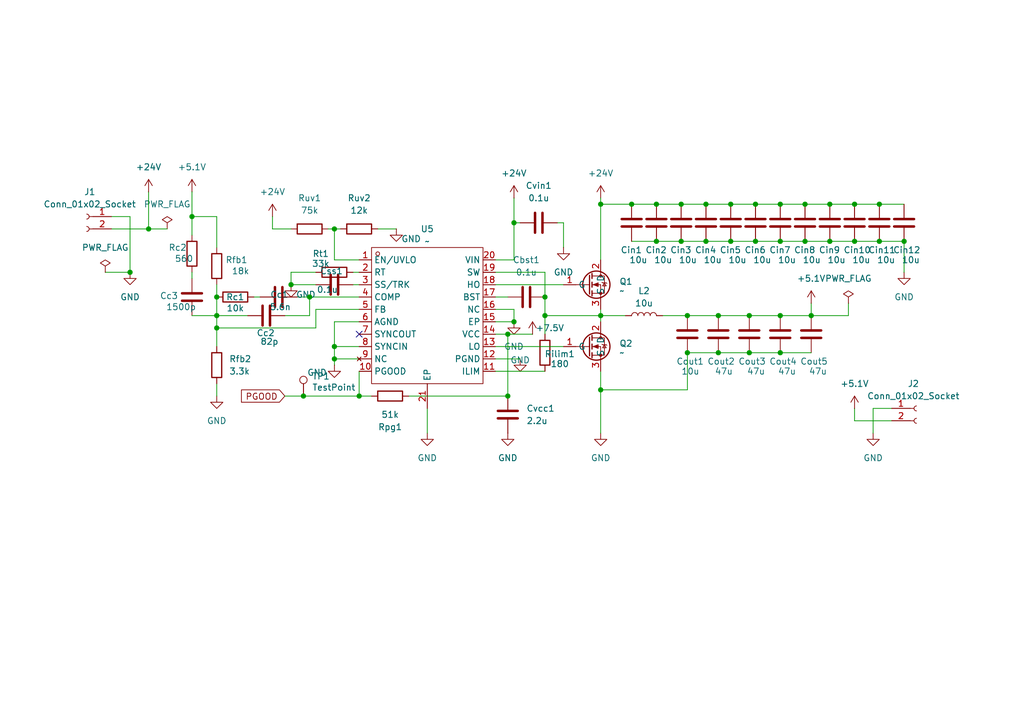
<source format=kicad_sch>
(kicad_sch (version 20250114) (generator "eeschema") (generator_version "9.0")
  (paper "A5")
  (lib_symbols
    (symbol "Connector:Conn_01x02_Socket" (pin_names (offset 1.016) (hide yes))
      (property "Reference" "J" (at 0 2.54 0))
      (property "Value" "Conn_01x02_Socket" (at 0 -5.08 0))
      (symbol "Conn_01x02_Socket_1_1"
        (polyline (pts (xy -1.27 0) (xy -0.508 0)) (stroke (width 0.1524)))
        (polyline (pts (xy -1.27 -2.54) (xy -0.508 -2.54)) (stroke (width 0.1524)))
        (arc (start 0 -0.508) (mid -0.5058 0) (end 0 0.508) (stroke (width 0.1524)))
        (arc (start 0 -3.048) (mid -0.5058 -2.54) (end 0 -2.032) (stroke (width 0.1524)))
        (pin passive line (at -5.08 0 0) (length 3.81) (name "Pin_1") (number "1"))
        (pin passive line (at -5.08 -2.54 0) (length 3.81) (name "Pin_2") (number "2"))
      )
    )
    (symbol "Connector:TestPoint" (pin_numbers (hide yes)) (pin_names (offset 0.762) (hide yes))
      (property "Reference" "TP" (at 0 6.858 0))
      (property "Value" "TestPoint" (at 0 5.08 0))
      (symbol "TestPoint_0_1"
        (circle (center 0 3.302) (radius 0.762))
      )
      (symbol "TestPoint_1_1"
        (pin passive line (at 0 0 90) (length 2.54) (name "1") (number "1"))
      )
    )
    (symbol "Device:C" (pin_numbers (hide yes)) (pin_names (offset 0.254))
      (property "Reference" "C" (at 0.635 2.54 0))
      (property "Value" "C" (at 0.635 -2.54 0))
      (symbol "C_0_1"
        (polyline (pts (xy -2.032 0.762) (xy 2.032 0.762)) (stroke (width 0.508)))
        (polyline (pts (xy -2.032 -0.762) (xy 2.032 -0.762)) (stroke (width 0.508)))
      )
      (symbol "C_1_1"
        (pin passive line (at 0 3.81 270) (length 2.794) (name "~") (number "1"))
        (pin passive line (at 0 -3.81 90) (length 2.794) (name "~") (number "2"))
      )
    )
    (symbol "Device:L" (pin_numbers (hide yes)) (pin_names (offset 1.016) (hide yes))
      (property "Reference" "L" (at -1.27 0 90))
      (property "Value" "L" (at 1.905 0 90))
      (symbol "L_0_1"
        (arc (start 0 2.54) (mid 0.6323 1.905) (end 0 1.27))
        (arc (start 0 1.27) (mid 0.6323 0.635) (end 0 0))
        (arc (start 0 0) (mid 0.6323 -0.635) (end 0 -1.27))
        (arc (start 0 -1.27) (mid 0.6323 -1.905) (end 0 -2.54))
      )
      (symbol "L_1_1"
        (pin passive line (at 0 3.81 270) (length 1.27) (name "1") (number "1"))
        (pin passive line (at 0 -3.81 90) (length 1.27) (name "2") (number "2"))
      )
    )
    (symbol "Device:R" (pin_numbers (hide yes)) (pin_names (offset 0))
      (property "Reference" "R" (at 2.032 0 90))
      (property "Value" "R" (at 0 0 90))
      (symbol "R_0_1"
        (rectangle (start -1.016 -2.54) (end 1.016 2.54) (stroke (width 0.254)))
      )
      (symbol "R_1_1"
        (pin passive line (at 0 3.81 270) (length 1.27) (name "~") (number "1"))
        (pin passive line (at 0 -3.81 90) (length 1.27) (name "~") (number "2"))
      )
    )
    (symbol "basic_parts:LM25145RGYR"
      (property "Reference" "U" (at 0 0 0))
      (symbol "LM25145RGYR_1_0"
        (rectangle (start -11.43 -13.97) (end 11.43 13.97))
        (circle (center -10.16 12.7) (radius 0.381))
        (pin input line (at -13.97 11.43 0) (length 2.54) (name "EN/UVLO") (number "1"))
        (pin input line (at -13.97 8.89 0) (length 2.54) (name "RT") (number "2"))
        (pin input line (at -13.97 6.35 0) (length 2.54) (name "SS/TRK") (number "3"))
        (pin output line (at -13.97 3.81 0) (length 2.54) (name "COMP") (number "4"))
        (pin input line (at -13.97 1.27 0) (length 2.54) (name "FB") (number "5"))
        (pin power_in line (at -13.97 -1.27 0) (length 2.54) (name "AGND") (number "6"))
        (pin output line (at -13.97 -3.81 0) (length 2.54) (name "SYNCOUT") (number "7"))
        (pin input line (at -13.97 -6.35 0) (length 2.54) (name "SYNCIN") (number "8"))
        (pin no_connect line (at -13.97 -8.89 0) (length 2.54) (name "NC") (number "9"))
        (pin output line (at -13.97 -11.43 0) (length 2.54) (name "PGOOD") (number "10"))
        (pin free line (at 0 -19.05 90) (length 5.08) (name "EP") (number "21"))
        (pin power_in line (at 13.97 11.43 180) (length 2.54) (name "VIN") (number "20"))
        (pin power_out line (at 13.97 8.89 180) (length 2.54) (name "SW") (number "19"))
        (pin output line (at 13.97 6.35 180) (length 2.54) (name "HO") (number "18"))
        (pin output line (at 13.97 3.81 180) (length 2.54) (name "BST") (number "17"))
        (pin free line (at 13.97 1.27 180) (length 2.54) (name "NC") (number "16"))
        (pin free line (at 13.97 -1.27 180) (length 2.54) (name "EP") (number "15"))
        (pin power_out line (at 13.97 -3.81 180) (length 2.54) (name "VCC") (number "14"))
        (pin output line (at 13.97 -6.35 180) (length 2.54) (name "LO") (number "13"))
        (pin power_in line (at 13.97 -8.89 180) (length 2.54) (name "PGND") (number "12"))
        (pin input line (at 13.97 -11.43 180) (length 2.54) (name "ILIM") (number "11"))
      )
    )
    (symbol "basic_parts:MTP7D0N6RJ3"
      (property "Reference" "Q" (at 0 0 0))
      (symbol "MTP7D0N6RJ3_0_1"
        (polyline (pts (xy -2.286 -5.715) (xy -2.286 -9.525)) (stroke (width 0.254)))
        (polyline (pts (xy -2.286 -7.62) (xy -5.08 -7.62)))
        (polyline (pts (xy -1.778 -5.334) (xy -1.778 -6.35)) (stroke (width 0.254)))
        (polyline (pts (xy -1.778 -7.112) (xy -1.778 -8.128)) (stroke (width 0.254)))
        (polyline (pts (xy -1.778 -8.89) (xy -1.778 -9.906)) (stroke (width 0.254)))
        (polyline (pts (xy -1.778 -9.398) (xy 0.762 -9.398) (xy 0.762 -5.842) (xy -1.778 -5.842)))
        (polyline (pts (xy -1.524 -7.62) (xy -0.508 -7.239) (xy -0.508 -8.001) (xy -1.524 -7.62)) (fill (type outline)))
        (circle (center -0.889 -7.62) (radius 2.794) (stroke (width 0.254)))
        (polyline (pts (xy 0 -5.08) (xy 0 -5.842)))
        (circle (center 0 -5.842) (radius 0.254) (fill (type outline)))
        (circle (center 0 -9.398) (radius 0.254) (fill (type outline)))
        (polyline (pts (xy 0 -10.16) (xy 0 -7.62) (xy -1.778 -7.62)))
        (polyline (pts (xy 0.254 -7.112) (xy 0.381 -7.239) (xy 1.143 -7.239) (xy 1.27 -7.366)))
        (polyline (pts (xy 0.762 -7.239) (xy 0.381 -7.874) (xy 1.143 -7.874) (xy 0.762 -7.239)))
      )
      (symbol "MTP7D0N6RJ3_1_1"
        (pin input line (at -7.62 -7.62 0) (length 2.54) (name "G") (number "1"))
        (pin passive line (at 0 -2.54 270) (length 2.54) (name "D") (number "2"))
        (pin passive line (at 0 -12.7 90) (length 2.54) (name "S") (number "3"))
      )
    )
    (symbol "power:+24V" (power) (pin_numbers (hide yes)) (pin_names (offset 0) (hide yes))
      (property "Value" "+24V" (at 0 3.556 0))
      (symbol "+24V_0_1"
        (polyline (pts (xy -0.762 1.27) (xy 0 2.54)))
        (polyline (pts (xy 0 2.54) (xy 0.762 1.27)))
        (polyline (pts (xy 0 0) (xy 0 2.54)))
      )
      (symbol "+24V_1_1"
        (pin power_in line (at 0 0 90) (length 0) (name "~") (number "1"))
      )
    )
    (symbol "power:+5V" (power) (pin_numbers (hide yes)) (pin_names (offset 0) (hide yes))
      (property "Value" "+5V" (at 0 3.556 0))
      (symbol "+5V_0_1"
        (polyline (pts (xy -0.762 1.27) (xy 0 2.54)))
        (polyline (pts (xy 0 2.54) (xy 0.762 1.27)))
        (polyline (pts (xy 0 0) (xy 0 2.54)))
      )
      (symbol "+5V_1_1"
        (pin power_in line (at 0 0 90) (length 0) (name "~") (number "1"))
      )
    )
    (symbol "power:+7.5V" (power) (pin_numbers (hide yes)) (pin_names (offset 0) (hide yes))
      (property "Value" "+7.5V" (at 0 3.556 0))
      (symbol "+7.5V_0_1"
        (polyline (pts (xy -0.762 1.27) (xy 0 2.54)))
        (polyline (pts (xy 0 2.54) (xy 0.762 1.27)))
        (polyline (pts (xy 0 0) (xy 0 2.54)))
      )
      (symbol "+7.5V_1_1"
        (pin power_in line (at 0 0 90) (length 0) (name "~") (number "1"))
      )
    )
    (symbol "power:GND" (power) (pin_numbers (hide yes)) (pin_names (offset 0) (hide yes))
      (property "Value" "GND" (at 0 -3.81 0))
      (symbol "GND_0_1"
        (polyline (pts (xy 0 0) (xy 0 -1.27) (xy 1.27 -1.27) (xy 0 -2.54) (xy -1.27 -1.27) (xy 0 -1.27)))
      )
      (symbol "GND_1_1"
        (pin power_in line (at 0 0 270) (length 0) (name "~") (number "1"))
      )
    )
    (symbol "power:PWR_FLAG" (power) (pin_numbers (hide yes)) (pin_names (offset 0) (hide yes))
      (property "Value" "PWR_FLAG" (at 0 3.81 0))
      (symbol "PWR_FLAG_0_0"
        (pin power_out line (at 0 0 90) (length 0) (name "~") (number "1"))
      )
      (symbol "PWR_FLAG_0_1"
        (polyline (pts (xy 0 0) (xy 0 1.27) (xy -1.016 1.905) (xy 0 2.54) (xy 1.016 1.905) (xy 0 1.27)))
      )
    )
  )
  (junction (at 73.66 81.28))
  (junction (at 39.37 44.45))
  (junction (at 175.26 41.91))
  (junction (at 180.34 49.53))
  (junction (at 153.67 72.39))
  (junction (at 154.94 49.53))
  (junction (at 123.19 80.01))
  (junction (at 160.02 49.53))
  (junction (at 111.76 60.96))
  (junction (at 180.34 41.91))
  (junction (at 149.86 49.53))
  (junction (at 139.7 41.91))
  (junction (at 147.32 72.39))
  (junction (at 153.67 64.77))
  (junction (at 68.58 73.66))
  (junction (at 165.1 49.53))
  (junction (at 62.23 81.28))
  (junction (at 160.02 72.39))
  (junction (at 134.62 49.53))
  (junction (at 185.42 49.53))
  (junction (at 68.58 71.12))
  (junction (at 147.32 64.77))
  (junction (at 160.02 64.77))
  (junction (at 123.19 64.77))
  (junction (at 63.5 60.96))
  (junction (at 30.48 46.99))
  (junction (at 170.18 41.91))
  (junction (at 59.69 58.42))
  (junction (at 166.37 64.77))
  (junction (at 44.45 60.96))
  (junction (at 105.41 45.72))
  (junction (at 175.26 49.53))
  (junction (at 134.62 41.91))
  (junction (at 140.97 72.39))
  (junction (at 26.67 55.88))
  (junction (at 44.45 64.77))
  (junction (at 68.58 46.99))
  (junction (at 154.94 41.91))
  (junction (at 140.97 64.77))
  (junction (at 149.86 41.91))
  (junction (at 105.41 66.04))
  (junction (at 170.18 49.53))
  (junction (at 104.14 81.28))
  (junction (at 111.76 64.77))
  (junction (at 44.45 67.31))
  (junction (at 123.19 41.91))
  (junction (at 160.02 41.91))
  (junction (at 104.14 68.58))
  (junction (at 139.7 49.53))
  (junction (at 144.78 41.91))
  (junction (at 144.78 49.53))
  (junction (at 129.54 41.91))
  (junction (at 165.1 41.91))
  (no_connect (at 73.66 68.58))
  (wire (pts (xy 101.6 68.58) (xy 104.14 68.58)))
  (wire (pts (xy 52.07 60.96) (xy 53.34 60.96)))
  (wire (pts (xy 165.1 41.91) (xy 170.18 41.91)))
  (wire (pts (xy 105.41 45.72) (xy 105.41 53.34)))
  (wire (pts (xy 105.41 45.72) (xy 106.68 45.72)))
  (wire (pts (xy 147.32 72.39) (xy 153.67 72.39)))
  (wire (pts (xy 77.47 46.99) (xy 81.28 46.99)))
  (wire (pts (xy 68.58 66.04) (xy 68.58 71.12)))
  (wire (pts (xy 140.97 64.77) (xy 147.32 64.77)))
  (wire (pts (xy 139.7 49.53) (xy 144.78 49.53)))
  (wire (pts (xy 39.37 44.45) (xy 39.37 48.26)))
  (wire (pts (xy 175.26 41.91) (xy 180.34 41.91)))
  (wire (pts (xy 149.86 41.91) (xy 154.94 41.91)))
  (wire (pts (xy 73.66 81.28) (xy 76.2 81.28)))
  (wire (pts (xy 123.19 80.01) (xy 123.19 88.9)))
  (wire (pts (xy 72.39 55.88) (xy 73.66 55.88)))
  (wire (pts (xy 44.45 78.74) (xy 44.45 81.28)))
  (wire (pts (xy 64.77 63.5) (xy 64.77 67.31)))
  (wire (pts (xy 173.99 62.23) (xy 173.99 64.77)))
  (wire (pts (xy 111.76 64.77) (xy 123.19 64.77)))
  (wire (pts (xy 160.02 64.77) (xy 166.37 64.77)))
  (wire (pts (xy 30.48 46.99) (xy 34.29 46.99)))
  (wire (pts (xy 140.97 80.01) (xy 123.19 80.01)))
  (wire (pts (xy 144.78 41.91) (xy 149.86 41.91)))
  (wire (pts (xy 104.14 68.58) (xy 109.22 68.58)))
  (wire (pts (xy 64.77 55.88) (xy 59.69 55.88)))
  (wire (pts (xy 58.42 81.28) (xy 62.23 81.28)))
  (wire (pts (xy 105.41 53.34) (xy 101.6 53.34)))
  (wire (pts (xy 101.6 71.12) (xy 115.57 71.12)))
  (wire (pts (xy 134.62 41.91) (xy 139.7 41.91)))
  (wire (pts (xy 44.45 67.31) (xy 64.77 67.31)))
  (wire (pts (xy 44.45 71.12) (xy 44.45 67.31)))
  (wire (pts (xy 58.42 64.77) (xy 63.5 64.77)))
  (wire (pts (xy 101.6 63.5) (xy 105.41 63.5)))
  (wire (pts (xy 179.07 83.82) (xy 182.88 83.82)))
  (wire (pts (xy 179.07 88.9) (xy 179.07 83.82)))
  (wire (pts (xy 149.86 49.53) (xy 154.94 49.53)))
  (wire (pts (xy 123.19 41.91) (xy 123.19 53.34)))
  (wire (pts (xy 44.45 44.45) (xy 39.37 44.45)))
  (wire (pts (xy 39.37 55.88) (xy 39.37 57.15)))
  (wire (pts (xy 180.34 49.53) (xy 185.42 49.53)))
  (wire (pts (xy 44.45 64.77) (xy 50.8 64.77)))
  (wire (pts (xy 111.76 55.88) (xy 111.76 60.96)))
  (wire (pts (xy 139.7 41.91) (xy 144.78 41.91)))
  (wire (pts (xy 59.69 55.88) (xy 59.69 58.42)))
  (wire (pts (xy 26.67 55.88) (xy 26.67 44.45)))
  (wire (pts (xy 173.99 64.77) (xy 166.37 64.77)))
  (wire (pts (xy 39.37 39.37) (xy 39.37 44.45)))
  (wire (pts (xy 101.6 66.04) (xy 105.41 66.04)))
  (wire (pts (xy 111.76 68.58) (xy 111.76 64.77)))
  (wire (pts (xy 153.67 64.77) (xy 160.02 64.77)))
  (wire (pts (xy 44.45 67.31) (xy 44.45 64.77)))
  (wire (pts (xy 123.19 64.77) (xy 128.27 64.77)))
  (wire (pts (xy 111.76 64.77) (xy 111.76 60.96)))
  (wire (pts (xy 68.58 73.66) (xy 73.66 73.66)))
  (wire (pts (xy 175.26 86.36) (xy 182.88 86.36)))
  (wire (pts (xy 30.48 39.37) (xy 30.48 46.99)))
  (wire (pts (xy 68.58 73.66) (xy 68.58 74.93)))
  (wire (pts (xy 135.89 64.77) (xy 140.97 64.77)))
  (wire (pts (xy 68.58 71.12) (xy 73.66 71.12)))
  (wire (pts (xy 44.45 60.96) (xy 44.45 64.77)))
  (wire (pts (xy 55.88 44.45) (xy 55.88 46.99)))
  (wire (pts (xy 101.6 58.42) (xy 115.57 58.42)))
  (wire (pts (xy 160.02 41.91) (xy 165.1 41.91)))
  (wire (pts (xy 67.31 46.99) (xy 68.58 46.99)))
  (wire (pts (xy 104.14 68.58) (xy 104.14 81.28)))
  (wire (pts (xy 123.19 64.77) (xy 123.19 63.5)))
  (wire (pts (xy 87.63 88.9) (xy 87.63 83.82)))
  (wire (pts (xy 105.41 40.64) (xy 105.41 45.72)))
  (wire (pts (xy 144.78 49.53) (xy 149.86 49.53)))
  (wire (pts (xy 63.5 60.96) (xy 73.66 60.96)))
  (wire (pts (xy 115.57 45.72) (xy 114.3 45.72)))
  (wire (pts (xy 83.82 81.28) (xy 104.14 81.28)))
  (wire (pts (xy 73.66 81.28) (xy 73.66 76.2)))
  (wire (pts (xy 63.5 64.77) (xy 63.5 60.96)))
  (wire (pts (xy 101.6 60.96) (xy 104.14 60.96)))
  (wire (pts (xy 129.54 41.91) (xy 134.62 41.91)))
  (wire (pts (xy 160.02 49.53) (xy 165.1 49.53)))
  (wire (pts (xy 59.69 58.42) (xy 64.77 58.42)))
  (wire (pts (xy 185.42 49.53) (xy 185.42 55.88)))
  (wire (pts (xy 68.58 71.12) (xy 68.58 73.66)))
  (wire (pts (xy 123.19 40.64) (xy 123.19 41.91)))
  (wire (pts (xy 123.19 41.91) (xy 129.54 41.91)))
  (wire (pts (xy 68.58 53.34) (xy 73.66 53.34)))
  (wire (pts (xy 101.6 73.66) (xy 106.68 73.66)))
  (wire (pts (xy 30.48 46.99) (xy 22.86 46.99)))
  (wire (pts (xy 175.26 83.82) (xy 175.26 86.36)))
  (wire (pts (xy 73.66 63.5) (xy 64.77 63.5)))
  (wire (pts (xy 160.02 72.39) (xy 166.37 72.39)))
  (wire (pts (xy 44.45 50.8) (xy 44.45 44.45)))
  (wire (pts (xy 140.97 72.39) (xy 147.32 72.39)))
  (wire (pts (xy 60.96 60.96) (xy 63.5 60.96)))
  (wire (pts (xy 62.23 81.28) (xy 73.66 81.28)))
  (wire (pts (xy 72.39 58.42) (xy 73.66 58.42)))
  (wire (pts (xy 105.41 63.5) (xy 105.41 66.04)))
  (wire (pts (xy 44.45 58.42) (xy 44.45 60.96)))
  (wire (pts (xy 101.6 76.2) (xy 111.76 76.2)))
  (wire (pts (xy 21.59 55.88) (xy 26.67 55.88)))
  (wire (pts (xy 68.58 46.99) (xy 68.58 53.34)))
  (wire (pts (xy 101.6 55.88) (xy 111.76 55.88)))
  (wire (pts (xy 55.88 46.99) (xy 59.69 46.99)))
  (wire (pts (xy 26.67 44.45) (xy 22.86 44.45)))
  (wire (pts (xy 165.1 49.53) (xy 170.18 49.53)))
  (wire (pts (xy 166.37 62.23) (xy 166.37 64.77)))
  (wire (pts (xy 170.18 41.91) (xy 175.26 41.91)))
  (wire (pts (xy 175.26 49.53) (xy 180.34 49.53)))
  (wire (pts (xy 123.19 66.04) (xy 123.19 64.77)))
  (wire (pts (xy 129.54 49.53) (xy 134.62 49.53)))
  (wire (pts (xy 68.58 46.99) (xy 69.85 46.99)))
  (wire (pts (xy 170.18 49.53) (xy 175.26 49.53)))
  (wire (pts (xy 147.32 64.77) (xy 153.67 64.77)))
  (wire (pts (xy 180.34 41.91) (xy 185.42 41.91)))
  (wire (pts (xy 140.97 72.39) (xy 140.97 80.01)))
  (wire (pts (xy 154.94 49.53) (xy 160.02 49.53)))
  (wire (pts (xy 73.66 66.04) (xy 68.58 66.04)))
  (wire (pts (xy 123.19 76.2) (xy 123.19 80.01)))
  (wire (pts (xy 39.37 64.77) (xy 44.45 64.77)))
  (wire (pts (xy 115.57 50.8) (xy 115.57 45.72)))
  (wire (pts (xy 154.94 41.91) (xy 160.02 41.91)))
  (wire (pts (xy 153.67 72.39) (xy 160.02 72.39)))
  (wire (pts (xy 134.62 49.53) (xy 139.7 49.53)))
  (global_label "PGOOD" (shape input) (at 58.42 81.28 180) (property "Intersheetrefs" "${INTERSHEET_REFS}" (effects (hide yes))))
  (symbol (lib_id "basic_parts:MTP7D0N6RJ3") (at 123.19 50.8 0) (unit 1)
    (property "Reference" "Q1" (at 127 57.7849 0) (effects (justify left)))
    (property "Value" "~" (at 127 59.69 0) (effects (justify left)))
    (property "Footprint" "Package_TO_SOT_SMD:TO-252-2" (effects (hide yes)))
    (property "Datasheet" "https://akizukidenshi.com/goodsaffix/MTB7D0N06RJ3_220718.pdf" (effects (hide yes)))
    (property "Description" "N channel power mosfet" (effects (hide yes)))
  )
  (symbol (lib_id "power:GND") (at 106.68 73.66 0) (unit 1)
    (property "Reference" "#PWR016" (effects (hide yes)))
    (property "Value" "GND" (at 106.68 73.914 0))
    (property "Description" "Power symbol creates a global label with name \"GND\" , ground" (effects (hide yes)))
  )
  (symbol (lib_id "Device:C") (at 134.62 45.72 0) (unit 1)
    (property "Reference" "Cin2" (at 132.334 51.308 0) (effects (justify left)))
    (property "Value" "10u" (at 134.112 53.34 0) (effects (justify left)))
    (property "Footprint" "Capacitor_SMD:C_1210_3225Metric_Pad1.33x2.70mm_HandSolder" (effects (hide yes)))
    (property "Datasheet" "https://akizukidenshi.com/goodsaffix/GRM32ER7YA106KA12.pdf" (effects (hide yes)))
    (property "Description" "Unpolarized capacitor" (effects (hide yes)))
  )
  (symbol (lib_id "power:+5V") (at 175.26 83.82 0) (unit 1)
    (property "Reference" "#PWR038" (effects (hide yes)))
    (property "Value" "+5.1V" (at 175.26 78.74 0))
    (property "Description" "Power symbol creates a global label with name \"+5V\"" (effects (hide yes)))
  )
  (symbol (lib_id "Device:C") (at 110.49 45.72 90) (unit 1)
    (property "Reference" "Cvin1" (at 110.49 38.1 90))
    (property "Value" "0.1u" (at 110.49 40.64 90))
    (property "Footprint" "Capacitor_SMD:C_0603_1608Metric" (effects (hide yes)))
    (property "Description" "Unpolarized capacitor" (effects (hide yes)))
  )
  (symbol (lib_id "power:GND") (at 87.63 88.9 0) (unit 1)
    (property "Reference" "#PWR018" (effects (hide yes)))
    (property "Value" "GND" (at 87.63 93.98 0))
    (property "Description" "Power symbol creates a global label with name \"GND\" , ground" (effects (hide yes)))
  )
  (symbol (lib_id "Device:R") (at 39.37 52.07 180) (unit 1)
    (property "Reference" "Rc2" (at 34.544 50.8 0) (effects (justify right)))
    (property "Value" "560" (at 35.814 53.086 0) (effects (justify right)))
    (property "Footprint" "Resistor_SMD:R_0603_1608Metric_Pad0.98x0.95mm_HandSolder" (effects (hide yes)))
    (property "Description" "Resistor" (effects (hide yes)))
  )
  (symbol (lib_id "power:GND") (at 26.67 55.88 0) (unit 1)
    (property "Reference" "#PWR037" (effects (hide yes)))
    (property "Value" "GND" (at 26.67 60.96 0))
    (property "Description" "Power symbol creates a global label with name \"GND\" , ground" (effects (hide yes)))
  )
  (symbol (lib_id "power:GND") (at 104.14 88.9 0) (unit 1)
    (property "Reference" "#PWR019" (effects (hide yes)))
    (property "Value" "GND" (at 104.14 93.98 0))
    (property "Description" "Power symbol creates a global label with name \"GND\" , ground" (effects (hide yes)))
  )
  (symbol (lib_id "Device:R") (at 111.76 72.39 0) (mirror x) (unit 1)
    (property "Reference" "Rilim1" (at 114.808 72.644 0))
    (property "Value" "180" (at 114.808 74.676 0))
    (property "Footprint" "Resistor_SMD:R_0603_1608Metric" (effects (hide yes)))
    (property "Description" "Resistor" (effects (hide yes)))
  )
  (symbol (lib_id "Device:R") (at 48.26 60.96 270) (unit 1)
    (property "Reference" "Rc1" (at 48.26 60.96 90))
    (property "Value" "10k" (at 48.26 63.246 90))
    (property "Footprint" "Resistor_SMD:R_0603_1608Metric_Pad0.98x0.95mm_HandSolder" (effects (hide yes)))
    (property "Description" "Resistor" (effects (hide yes)))
  )
  (symbol (lib_id "Device:C") (at 104.14 85.09 0) (unit 1)
    (property "Reference" "Cvcc1" (at 107.95 83.8199 0) (effects (justify left)))
    (property "Value" "2.2u" (at 107.95 86.3599 0) (effects (justify left)))
    (property "Footprint" "Capacitor_SMD:C_0603_1608Metric" (effects (hide yes)))
    (property "Description" "Unpolarized capacitor" (effects (hide yes)))
  )
  (symbol (lib_id "Device:C") (at 160.02 68.58 0) (unit 1)
    (property "Reference" "Cout4" (at 157.734 74.168 0) (effects (justify left)))
    (property "Value" "47u" (at 159.512 76.2 0) (effects (justify left)))
    (property "Footprint" "Capacitor_SMD:C_1210_3225Metric_Pad1.33x2.70mm_HandSolder" (effects (hide yes)))
    (property "Datasheet" "https://akizukidenshi.com/goodsaffix/GRM32EC81C476KE15.pdf" (effects (hide yes)))
    (property "Description" "Unpolarized capacitor" (effects (hide yes)))
  )
  (symbol (lib_id "power:GND") (at 115.57 50.8 0) (unit 1)
    (property "Reference" "#PWR022" (effects (hide yes)))
    (property "Value" "GND" (at 115.57 55.88 0))
    (property "Description" "Power symbol creates a global label with name \"GND\" , ground" (effects (hide yes)))
  )
  (symbol (lib_id "power:+24V") (at 30.48 39.37 0) (unit 1)
    (property "Reference" "#PWR02" (effects (hide yes)))
    (property "Value" "+24V" (at 30.48 34.29 0))
    (property "Description" "Power symbol creates a global label with name \"+24V\"" (effects (hide yes)))
  )
  (symbol (lib_id "Device:C") (at 57.15 60.96 90) (unit 1)
    (property "Reference" "Cc1" (at 59.182 60.452 90) (effects (justify left)))
    (property "Value" "5.6n" (at 59.69 62.992 90) (effects (justify left)))
    (property "Footprint" "Capacitor_SMD:C_0603_1608Metric" (effects (hide yes)))
    (property "Description" "Unpolarized capacitor" (effects (hide yes)))
  )
  (symbol (lib_id "power:GND") (at 105.41 66.04 0) (unit 1)
    (property "Reference" "#PWR017" (effects (hide yes)))
    (property "Value" "GND" (at 105.41 71.12 0))
    (property "Description" "Power symbol creates a global label with name \"GND\" , ground" (effects (hide yes)))
  )
  (symbol (lib_id "Device:C") (at 140.97 68.58 0) (unit 1)
    (property "Reference" "Cout1" (at 138.684 74.168 0) (effects (justify left)))
    (property "Value" "10u" (at 139.7 76.2 0) (effects (justify left)))
    (property "Footprint" "Capacitor_SMD:C_1210_3225Metric_Pad1.33x2.70mm_HandSolder" (effects (hide yes)))
    (property "Datasheet" "https://akizukidenshi.com/goodsaffix/GRM32ER7YA106KA12.pdf" (effects (hide yes)))
    (property "Description" "Unpolarized capacitor" (effects (hide yes)))
  )
  (symbol (lib_id "power:+5V") (at 166.37 62.23 0) (unit 1)
    (property "Reference" "#PWR033" (effects (hide yes)))
    (property "Value" "+5.1V" (at 166.37 57.15 0))
    (property "Description" "Power symbol creates a global label with name \"+5V\"" (effects (hide yes)))
  )
  (symbol (lib_id "power:GND") (at 59.69 58.42 0) (unit 1)
    (property "Reference" "#PWR031" (effects (hide yes)))
    (property "Value" "GND" (at 62.738 60.452 0))
    (property "Description" "Power symbol creates a global label with name \"GND\" , ground" (effects (hide yes)))
  )
  (symbol (lib_id "Device:C") (at 160.02 45.72 0) (unit 1)
    (property "Reference" "Cin7" (at 157.734 51.308 0) (effects (justify left)))
    (property "Value" "10u" (at 159.512 53.34 0) (effects (justify left)))
    (property "Footprint" "Capacitor_SMD:C_1210_3225Metric_Pad1.33x2.70mm_HandSolder" (effects (hide yes)))
    (property "Datasheet" "https://akizukidenshi.com/goodsaffix/GRM32ER7YA106KA12.pdf" (effects (hide yes)))
    (property "Description" "Unpolarized capacitor" (effects (hide yes)))
  )
  (symbol (lib_id "power:GND") (at 44.45 81.28 0) (unit 1)
    (property "Reference" "#PWR032" (effects (hide yes)))
    (property "Value" "GND" (at 44.45 86.36 0))
    (property "Description" "Power symbol creates a global label with name \"GND\" , ground" (effects (hide yes)))
  )
  (symbol (lib_id "Device:C") (at 144.78 45.72 0) (unit 1)
    (property "Reference" "Cin4" (at 142.494 51.308 0) (effects (justify left)))
    (property "Value" "10u" (at 144.272 53.34 0) (effects (justify left)))
    (property "Footprint" "Capacitor_SMD:C_1210_3225Metric_Pad1.33x2.70mm_HandSolder" (effects (hide yes)))
    (property "Datasheet" "https://akizukidenshi.com/goodsaffix/GRM32ER7YA106KA12.pdf" (effects (hide yes)))
    (property "Description" "Unpolarized capacitor" (effects (hide yes)))
  )
  (symbol (lib_id "Device:C") (at 147.32 68.58 0) (unit 1)
    (property "Reference" "Cout2" (at 145.034 74.168 0) (effects (justify left)))
    (property "Value" "47u" (at 146.558 76.2 0) (effects (justify left)))
    (property "Footprint" "Capacitor_SMD:C_1210_3225Metric_Pad1.33x2.70mm_HandSolder" (effects (hide yes)))
    (property "Datasheet" "https://akizukidenshi.com/goodsaffix/GRM32EC81C476KE15.pdf" (effects (hide yes)))
    (property "Description" "Unpolarized capacitor" (effects (hide yes)))
  )
  (symbol (lib_id "power:+24V") (at 55.88 44.45 0) (unit 1)
    (property "Reference" "#PWR01" (effects (hide yes)))
    (property "Value" "+24V" (at 55.88 39.37 0))
    (property "Description" "Power symbol creates a global label with name \"+24V\"" (effects (hide yes)))
  )
  (symbol (lib_id "Connector:Conn_01x02_Socket") (at 187.96 83.82 0) (unit 1)
    (property "Reference" "J2" (at 187.325 78.74 0))
    (property "Value" "Conn_01x02_Socket" (at 187.325 81.28 0))
    (property "Footprint" "TerminalBlock:TerminalBlock_bornier-2_P5.08mm" (effects (hide yes)))
    (property "Description" "Generic connector, single row, 01x02, script generated" (effects (hide yes)))
  )
  (symbol (lib_id "Device:C") (at 185.42 45.72 0) (unit 1)
    (property "Reference" "Cin12" (at 183.134 51.308 0) (effects (justify left)))
    (property "Value" "10u" (at 184.912 53.34 0) (effects (justify left)))
    (property "Footprint" "Capacitor_SMD:C_1210_3225Metric_Pad1.33x2.70mm_HandSolder" (effects (hide yes)))
    (property "Datasheet" "https://akizukidenshi.com/goodsaffix/GRM32ER7YA106KA12.pdf" (effects (hide yes)))
    (property "Description" "Unpolarized capacitor" (effects (hide yes)))
  )
  (symbol (lib_id "power:+24V") (at 123.19 40.64 0) (unit 1)
    (property "Reference" "#PWR034" (effects (hide yes)))
    (property "Value" "+24V" (at 123.19 35.56 0))
    (property "Description" "Power symbol creates a global label with name \"+24V\"" (effects (hide yes)))
  )
  (symbol (lib_id "power:GND") (at 81.28 46.99 0) (unit 1)
    (property "Reference" "#PWR020" (effects (hide yes)))
    (property "Value" "GND" (at 84.328 49.022 0))
    (property "Description" "Power symbol creates a global label with name \"GND\" , ground" (effects (hide yes)))
  )
  (symbol (lib_id "Device:R") (at 44.45 74.93 180) (unit 1)
    (property "Reference" "Rfb2" (at 46.99 73.6599 0) (effects (justify right)))
    (property "Value" "3.3k" (at 46.99 76.1999 0) (effects (justify right)))
    (property "Footprint" "Resistor_SMD:R_0603_1608Metric_Pad0.98x0.95mm_HandSolder" (effects (hide yes)))
    (property "Description" "Resistor" (effects (hide yes)))
  )
  (symbol (lib_id "Device:R") (at 63.5 46.99 90) (unit 1)
    (property "Reference" "Ruv1" (at 63.5 40.64 90))
    (property "Value" "75k" (at 63.5 43.18 90))
    (property "Footprint" "Resistor_SMD:R_0603_1608Metric" (effects (hide yes)))
    (property "Description" "Resistor" (effects (hide yes)))
  )
  (symbol (lib_id "Device:C") (at 175.26 45.72 0) (unit 1)
    (property "Reference" "Cin10" (at 172.974 51.308 0) (effects (justify left)))
    (property "Value" "10u" (at 174.752 53.34 0) (effects (justify left)))
    (property "Footprint" "Capacitor_SMD:C_1210_3225Metric_Pad1.33x2.70mm_HandSolder" (effects (hide yes)))
    (property "Datasheet" "https://akizukidenshi.com/goodsaffix/GRM32ER7YA106KA12.pdf" (effects (hide yes)))
    (property "Description" "Unpolarized capacitor" (effects (hide yes)))
  )
  (symbol (lib_id "power:GND") (at 179.07 88.9 0) (unit 1)
    (property "Reference" "#PWR039" (effects (hide yes)))
    (property "Value" "GND" (at 179.07 93.98 0))
    (property "Description" "Power symbol creates a global label with name \"GND\" , ground" (effects (hide yes)))
  )
  (symbol (lib_id "power:GND") (at 123.19 88.9 0) (unit 1)
    (property "Reference" "#PWR029" (effects (hide yes)))
    (property "Value" "GND" (at 123.19 93.98 0))
    (property "Description" "Power symbol creates a global label with name \"GND\" , ground" (effects (hide yes)))
  )
  (symbol (lib_id "Device:C") (at 54.61 64.77 90) (unit 1)
    (property "Reference" "Cc2" (at 56.388 68.326 90) (effects (justify left)))
    (property "Value" "82p" (at 57.15 70.104 90) (effects (justify left)))
    (property "Footprint" "Capacitor_SMD:C_0603_1608Metric" (effects (hide yes)))
    (property "Description" "Unpolarized capacitor" (effects (hide yes)))
  )
  (symbol (lib_id "Device:C") (at 170.18 45.72 0) (unit 1)
    (property "Reference" "Cin9" (at 167.894 51.308 0) (effects (justify left)))
    (property "Value" "10u" (at 169.672 53.34 0) (effects (justify left)))
    (property "Footprint" "Capacitor_SMD:C_1210_3225Metric_Pad1.33x2.70mm_HandSolder" (effects (hide yes)))
    (property "Datasheet" "https://akizukidenshi.com/goodsaffix/GRM32ER7YA106KA12.pdf" (effects (hide yes)))
    (property "Description" "Unpolarized capacitor" (effects (hide yes)))
  )
  (symbol (lib_id "Device:C") (at 180.34 45.72 0) (unit 1)
    (property "Reference" "Cin11" (at 178.054 51.308 0) (effects (justify left)))
    (property "Value" "10u" (at 179.832 53.34 0) (effects (justify left)))
    (property "Footprint" "Capacitor_SMD:C_1210_3225Metric_Pad1.33x2.70mm_HandSolder" (effects (hide yes)))
    (property "Datasheet" "https://akizukidenshi.com/goodsaffix/GRM32ER7YA106KA12.pdf" (effects (hide yes)))
    (property "Description" "Unpolarized capacitor" (effects (hide yes)))
  )
  (symbol (lib_id "Connector:Conn_01x02_Socket") (at 17.78 44.45 0) (mirror y) (unit 1)
    (property "Reference" "J1" (at 18.415 39.37 0))
    (property "Value" "Conn_01x02_Socket" (at 18.415 41.91 0))
    (property "Footprint" "Connector_JST:JST_VH_B2P-VH_1x02_P3.96mm_Vertical" (effects (hide yes)))
    (property "Description" "Generic connector, single row, 01x02, script generated" (effects (hide yes)))
  )
  (symbol (lib_id "Device:C") (at 149.86 45.72 0) (unit 1)
    (property "Reference" "Cin5" (at 147.574 51.308 0) (effects (justify left)))
    (property "Value" "10u" (at 149.352 53.34 0) (effects (justify left)))
    (property "Footprint" "Capacitor_SMD:C_1210_3225Metric_Pad1.33x2.70mm_HandSolder" (effects (hide yes)))
    (property "Datasheet" "https://akizukidenshi.com/goodsaffix/GRM32ER7YA106KA12.pdf" (effects (hide yes)))
    (property "Description" "Unpolarized capacitor" (effects (hide yes)))
  )
  (symbol (lib_id "power:GND") (at 68.58 74.93 0) (unit 1)
    (property "Reference" "#PWR011" (effects (hide yes)))
    (property "Value" "GND" (at 65.024 76.454 0))
    (property "Description" "Power symbol creates a global label with name \"GND\" , ground" (effects (hide yes)))
  )
  (symbol (lib_id "power:+24V") (at 105.41 40.64 0) (unit 1)
    (property "Reference" "#PWR021" (effects (hide yes)))
    (property "Value" "+24V" (at 105.41 35.56 0))
    (property "Description" "Power symbol creates a global label with name \"+24V\"" (effects (hide yes)))
  )
  (symbol (lib_id "Device:C") (at 165.1 45.72 0) (unit 1)
    (property "Reference" "Cin8" (at 162.814 51.308 0) (effects (justify left)))
    (property "Value" "10u" (at 164.592 53.34 0) (effects (justify left)))
    (property "Footprint" "Capacitor_SMD:C_1210_3225Metric_Pad1.33x2.70mm_HandSolder" (effects (hide yes)))
    (property "Datasheet" "https://akizukidenshi.com/goodsaffix/GRM32ER7YA106KA12.pdf" (effects (hide yes)))
    (property "Description" "Unpolarized capacitor" (effects (hide yes)))
  )
  (symbol (lib_id "power:PWR_FLAG") (at 21.59 55.88 0) (unit 1)
    (property "Reference" "#FLG03" (effects (hide yes)))
    (property "Value" "PWR_FLAG" (at 21.59 50.8 0))
    (property "Description" "Special symbol for telling ERC where power comes from" (effects (hide yes)))
  )
  (symbol (lib_id "power:+7.5V") (at 109.22 68.58 0) (unit 1)
    (property "Reference" "#PWR036" (effects (hide yes)))
    (property "Value" "+7.5V" (at 112.776 67.31 0))
    (property "Description" "Power symbol creates a global label with name \"+7.5V\"" (effects (hide yes)))
  )
  (symbol (lib_id "Device:C") (at 153.67 68.58 0) (unit 1)
    (property "Reference" "Cout3" (at 151.384 74.168 0) (effects (justify left)))
    (property "Value" "47u" (at 153.162 76.2 0) (effects (justify left)))
    (property "Footprint" "Capacitor_SMD:C_1210_3225Metric_Pad1.33x2.70mm_HandSolder" (effects (hide yes)))
    (property "Datasheet" "https://akizukidenshi.com/goodsaffix/GRM32EC81C476KE15.pdf" (effects (hide yes)))
    (property "Description" "Unpolarized capacitor" (effects (hide yes)))
  )
  (symbol (lib_id "power:PWR_FLAG") (at 34.29 46.99 0) (unit 1)
    (property "Reference" "#FLG01" (effects (hide yes)))
    (property "Value" "PWR_FLAG" (at 34.29 41.91 0))
    (property "Description" "Special symbol for telling ERC where power comes from" (effects (hide yes)))
  )
  (symbol (lib_id "Device:L") (at 132.08 64.77 90) (unit 1)
    (property "Reference" "L2" (at 132.08 59.69 90))
    (property "Value" "10u" (at 132.08 62.23 90))
    (property "Footprint" "basic_parts:IND-SMD_L13.8-W12.6" (effects (hide yes)))
    (property "Datasheet" "https://jlcpcb.com/api/file/downloadByFileSystemAccessId/8588900314544287744" (effects (hide yes)))
    (property "Description" "Inductor" (effects (hide yes)))
    (property "LCSC" "C149518" (effects (hide yes)))
  )
  (symbol (lib_id "Device:C") (at 139.7 45.72 0) (unit 1)
    (property "Reference" "Cin3" (at 137.414 51.308 0) (effects (justify left)))
    (property "Value" "10u" (at 139.192 53.34 0) (effects (justify left)))
    (property "Footprint" "Capacitor_SMD:C_1210_3225Metric_Pad1.33x2.70mm_HandSolder" (effects (hide yes)))
    (property "Datasheet" "https://akizukidenshi.com/goodsaffix/GRM32ER7YA106KA12.pdf" (effects (hide yes)))
    (property "Description" "Unpolarized capacitor" (effects (hide yes)))
  )
  (symbol (lib_id "Device:R") (at 73.66 46.99 90) (unit 1)
    (property "Reference" "Ruv2" (at 73.66 40.64 90))
    (property "Value" "12k" (at 73.66 43.18 90))
    (property "Footprint" "Resistor_SMD:R_0603_1608Metric" (effects (hide yes)))
    (property "Description" "Resistor" (effects (hide yes)))
  )
  (symbol (lib_id "Device:C") (at 154.94 45.72 0) (unit 1)
    (property "Reference" "Cin6" (at 152.654 51.308 0) (effects (justify left)))
    (property "Value" "10u" (at 154.432 53.34 0) (effects (justify left)))
    (property "Footprint" "Capacitor_SMD:C_1210_3225Metric_Pad1.33x2.70mm_HandSolder" (effects (hide yes)))
    (property "Datasheet" "https://akizukidenshi.com/goodsaffix/GRM32ER7YA106KA12.pdf" (effects (hide yes)))
    (property "Description" "Unpolarized capacitor" (effects (hide yes)))
  )
  (symbol (lib_id "basic_parts:MTP7D0N6RJ3") (at 123.19 63.5 0) (unit 1)
    (property "Reference" "Q2" (at 127 70.4849 0) (effects (justify left)))
    (property "Value" "~" (at 127 72.39 0) (effects (justify left)))
    (property "Footprint" "Package_TO_SOT_SMD:TO-252-2" (effects (hide yes)))
    (property "Datasheet" "https://akizukidenshi.com/goodsaffix/MTB7D0N06RJ3_220718.pdf" (effects (hide yes)))
    (property "Description" "N channel power mosfet" (effects (hide yes)))
  )
  (symbol (lib_id "Device:C") (at 129.54 45.72 0) (unit 1)
    (property "Reference" "Cin1" (at 127.254 51.308 0) (effects (justify left)))
    (property "Value" "10u" (at 129.032 53.34 0) (effects (justify left)))
    (property "Footprint" "Capacitor_SMD:C_1210_3225Metric_Pad1.33x2.70mm_HandSolder" (effects (hide yes)))
    (property "Datasheet" "https://akizukidenshi.com/goodsaffix/GRM32ER7YA106KA12.pdf" (effects (hide yes)))
    (property "Description" "Unpolarized capacitor" (effects (hide yes)))
  )
  (symbol (lib_id "Device:C") (at 166.37 68.58 0) (unit 1)
    (property "Reference" "Cout5" (at 164.084 74.168 0) (effects (justify left)))
    (property "Value" "47u" (at 165.862 76.2 0) (effects (justify left)))
    (property "Footprint" "Capacitor_SMD:C_1210_3225Metric_Pad1.33x2.70mm_HandSolder" (effects (hide yes)))
    (property "Datasheet" "https://akizukidenshi.com/goodsaffix/GRM32EC81C476KE15.pdf" (effects (hide yes)))
    (property "Description" "Unpolarized capacitor" (effects (hide yes)))
  )
  (symbol (lib_id "Device:C") (at 107.95 60.96 90) (unit 1)
    (property "Reference" "Cbst1" (at 107.95 53.34 90))
    (property "Value" "0.1u" (at 107.95 55.88 90))
    (property "Footprint" "Capacitor_SMD:C_0603_1608Metric" (effects (hide yes)))
    (property "Description" "Unpolarized capacitor" (effects (hide yes)))
  )
  (symbol (lib_id "power:PWR_FLAG") (at 173.99 62.23 0) (unit 1)
    (property "Reference" "#FLG02" (effects (hide yes)))
    (property "Value" "PWR_FLAG" (at 173.99 57.15 0))
    (property "Description" "Special symbol for telling ERC where power comes from" (effects (hide yes)))
  )
  (symbol (lib_id "power:+5V") (at 39.37 39.37 0) (unit 1)
    (property "Reference" "#PWR030" (effects (hide yes)))
    (property "Value" "+5.1V" (at 39.37 34.29 0))
    (property "Description" "Power symbol creates a global label with name \"+5V\"" (effects (hide yes)))
  )
  (symbol (lib_id "Device:C") (at 68.58 58.42 90) (unit 1)
    (property "Reference" "Css1" (at 70.358 55.626 90) (effects (justify left)))
    (property "Value" "0.1u" (at 69.342 59.436 90) (effects (justify left)))
    (property "Footprint" "Capacitor_SMD:C_0603_1608Metric" (effects (hide yes)))
    (property "Description" "Unpolarized capacitor" (effects (hide yes)))
  )
  (symbol (lib_id "power:GND") (at 185.42 55.88 0) (unit 1)
    (property "Reference" "#PWR035" (effects (hide yes)))
    (property "Value" "GND" (at 185.42 60.96 0))
    (property "Description" "Power symbol creates a global label with name \"GND\" , ground" (effects (hide yes)))
  )
  (symbol (lib_id "Device:C") (at 39.37 60.96 0) (unit 1)
    (property "Reference" "Cc3" (at 32.766 60.706 0) (effects (justify left)))
    (property "Value" "1500p" (at 34.036 62.992 0) (effects (justify left)))
    (property "Footprint" "Capacitor_SMD:C_0603_1608Metric" (effects (hide yes)))
    (property "Description" "Unpolarized capacitor" (effects (hide yes)))
  )
  (symbol (lib_id "Device:R") (at 44.45 54.61 180) (unit 1)
    (property "Reference" "Rfb1" (at 46.228 53.34 0) (effects (justify right)))
    (property "Value" "18k" (at 47.498 55.626 0) (effects (justify right)))
    (property "Footprint" "Resistor_SMD:R_0603_1608Metric_Pad0.98x0.95mm_HandSolder" (effects (hide yes)))
    (property "Description" "Resistor" (effects (hide yes)))
  )
  (symbol (lib_id "Device:R") (at 80.01 81.28 90) (unit 1)
    (property "Reference" "Rpg1" (at 80.01 87.63 90))
    (property "Value" "51k" (at 80.01 85.09 90))
    (property "Footprint" "Resistor_SMD:R_0603_1608Metric" (effects (hide yes)))
    (property "Description" "Resistor" (effects (hide yes)))
  )
  (symbol (lib_id "Connector:TestPoint") (at 62.23 81.28 0) (unit 1)
    (property "Reference" "TP1" (at 64.008 77.216 0) (effects (justify left)))
    (property "Value" "TestPoint" (at 64.008 79.502 0) (effects (justify left)))
    (property "Footprint" "Connector_Pin:Pin_D0.7mm_L6.5mm_W1.8mm_FlatFork" (effects (hide yes)))
    (property "Description" "test point" (effects (hide yes)))
  )
  (symbol (lib_id "basic_parts:LM25145RGYR") (at 87.63 64.77 0) (unit 1)
    (property "Reference" "U5" (at 87.63 46.99 0))
    (property "Value" "~" (at 87.63 49.53 0))
    (property "Footprint" "basic_parts:VQFN-20_L4.5-W3.5-P0.50-BL-EP" (effects (hide yes)))
    (property "Datasheet" "https://www.ti.com/cn/lit/gpn/lm25145" (effects (hide yes)))
    (property "Description" "Function:Step-down type Output Type:Adjustable Input Voltage:6V~42V Input Voltage:6V~42V Output Voltage:800mV~40V Output Voltage:800mV~40V Output Current:20A Switching Frequency:100kHz~1MHz Switching Frequency:100kHz~1MHz Operating Temperature:-40°C~+125°C" (effects (hide yes)))
    (property "Manufacturer Part" "LM25145RGYR" (effects (hide yes)))
    (property "Manufacturer" "TI(德州仪器)" (effects (hide yes)))
    (property "Supplier Part" "C2876740" (effects (hide yes)))
    (property "Supplier" "LCSC" (effects (hide yes)))
    (property "LCSC Part Name" "LM251456V至42V同步降压直流/直流控制器" (effects (hide yes)))
  )
  (symbol (lib_id "Device:R") (at 68.58 55.88 90) (unit 1)
    (property "Reference" "Rt1" (at 65.786 52.07 90))
    (property "Value" "33k" (at 65.786 54.102 90))
    (property "Footprint" "Resistor_SMD:R_0603_1608Metric" (effects (hide yes)))
    (property "Description" "Resistor" (effects (hide yes)))
  )
)
</source>
